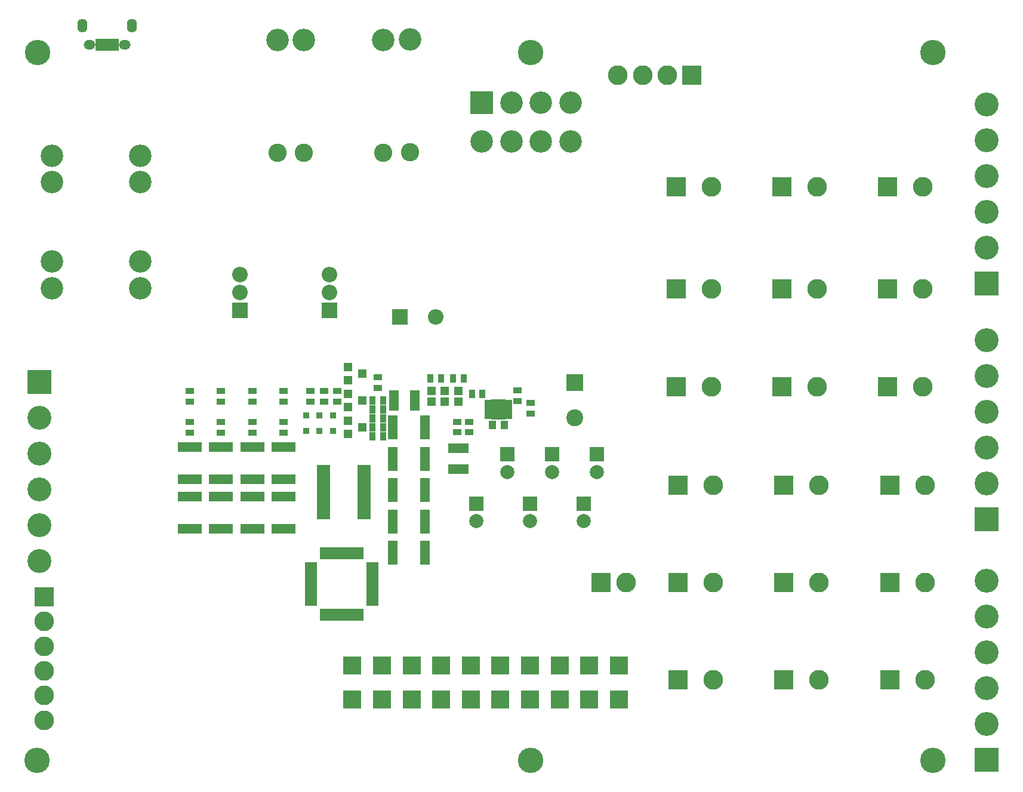
<source format=gbr>
G04 #@! TF.FileFunction,Soldermask,Top*
%FSLAX46Y46*%
G04 Gerber Fmt 4.6, Leading zero omitted, Abs format (unit mm)*
G04 Created by KiCad (PCBNEW 4.0.7) date 04/16/18 13:12:15*
%MOMM*%
%LPD*%
G01*
G04 APERTURE LIST*
%ADD10C,0.100000*%
%ADD11C,3.600000*%
%ADD12R,2.800000X2.800000*%
%ADD13C,2.800000*%
%ADD14R,2.000000X2.000000*%
%ADD15C,2.000000*%
%ADD16R,2.400000X2.400000*%
%ADD17C,2.400000*%
%ADD18R,2.200000X2.200000*%
%ADD19O,2.200000X2.200000*%
%ADD20C,3.200000*%
%ADD21C,2.600000*%
%ADD22R,1.700000X0.650000*%
%ADD23R,0.650000X1.700000*%
%ADD24R,2.100000X2.900000*%
%ADD25R,1.100000X0.650000*%
%ADD26R,1.300000X0.900000*%
%ADD27R,0.900000X1.300000*%
%ADD28R,1.300000X1.200000*%
%ADD29R,2.525980X2.525980*%
%ADD30R,0.800000X1.750000*%
%ADD31O,1.650000X1.350000*%
%ADD32O,1.400000X1.950000*%
%ADD33R,3.400000X3.400000*%
%ADD34C,3.400000*%
%ADD35R,3.200000X3.200000*%
%ADD36R,0.900000X0.900000*%
%ADD37R,1.000000X1.200000*%
%ADD38R,1.400000X3.400000*%
%ADD39R,1.150000X1.200000*%
%ADD40R,3.400000X1.400000*%
%ADD41R,1.400000X2.900000*%
%ADD42R,2.900000X1.400000*%
%ADD43R,1.900000X0.700000*%
G04 APERTURE END LIST*
D10*
D11*
X154380000Y-40630000D03*
X154380000Y-141040000D03*
D12*
X175055000Y-59702000D03*
D13*
X180055000Y-59702000D03*
D12*
X175055000Y-74162000D03*
D13*
X180055000Y-74162000D03*
D12*
X175055000Y-87987000D03*
D13*
X180055000Y-87987000D03*
D12*
X175325000Y-101967000D03*
D13*
X180325000Y-101967000D03*
D12*
X175325000Y-115792000D03*
D13*
X180325000Y-115792000D03*
D12*
X175325000Y-129617000D03*
D13*
X180325000Y-129617000D03*
D14*
X154279600Y-104597200D03*
D15*
X154279600Y-107097200D03*
D12*
X190055000Y-59702000D03*
D13*
X195055000Y-59702000D03*
D12*
X190055000Y-74162000D03*
D13*
X195055000Y-74162000D03*
D12*
X190055000Y-87987000D03*
D13*
X195055000Y-87987000D03*
D12*
X190325000Y-101967000D03*
D13*
X195325000Y-101967000D03*
D12*
X190325000Y-115792000D03*
D13*
X195325000Y-115792000D03*
D12*
X190325000Y-129617000D03*
D13*
X195325000Y-129617000D03*
D14*
X146659600Y-104597200D03*
D15*
X146659600Y-107097200D03*
D12*
X205055000Y-59702000D03*
D13*
X210055000Y-59702000D03*
D12*
X205055000Y-74162000D03*
D13*
X210055000Y-74162000D03*
D12*
X205055000Y-87987000D03*
D13*
X210055000Y-87987000D03*
D12*
X205325000Y-101967000D03*
D13*
X210325000Y-101967000D03*
D12*
X205325000Y-115792000D03*
D13*
X210325000Y-115792000D03*
D12*
X205325000Y-129617000D03*
D13*
X210325000Y-129617000D03*
D14*
X161899600Y-104597200D03*
D15*
X161899600Y-107097200D03*
D14*
X151104600Y-97612200D03*
D15*
X151104600Y-100112200D03*
D14*
X157454600Y-97612200D03*
D15*
X157454600Y-100112200D03*
D14*
X163804600Y-97612200D03*
D15*
X163804600Y-100112200D03*
D13*
X167914200Y-115773200D03*
D12*
X164414200Y-115773200D03*
D13*
X85369400Y-121315600D03*
D12*
X85369400Y-117815600D03*
D13*
X85369400Y-124815600D03*
X85369400Y-128315600D03*
X85369400Y-131815600D03*
X85369400Y-135315600D03*
D16*
X160629600Y-87452200D03*
D17*
X160629600Y-92452200D03*
D18*
X113157000Y-77216000D03*
D19*
X113157000Y-74676000D03*
X113157000Y-72136000D03*
D18*
X125857000Y-77216000D03*
D19*
X125857000Y-74676000D03*
X125857000Y-72136000D03*
D13*
X170292000Y-43815000D03*
X166792000Y-43815000D03*
X173792000Y-43815000D03*
D12*
X177292000Y-43815000D03*
D20*
X118455000Y-38802000D03*
X122255000Y-38802000D03*
D21*
X118455000Y-54802000D03*
X122255000Y-54802000D03*
D20*
X133445000Y-38802000D03*
X137255000Y-38792000D03*
D21*
X133455000Y-54802000D03*
X137255000Y-54792000D03*
D11*
X84380000Y-141040000D03*
D18*
X135813800Y-78079600D03*
D19*
X140893800Y-78079600D03*
D22*
X131959600Y-118777200D03*
X131959600Y-118277200D03*
X131959600Y-117777200D03*
X131959600Y-117277200D03*
X131959600Y-116777200D03*
X131959600Y-116277200D03*
X131959600Y-115777200D03*
X131959600Y-115277200D03*
X131959600Y-114777200D03*
X131959600Y-114277200D03*
X131959600Y-113777200D03*
X131959600Y-113277200D03*
D23*
X130359600Y-111677200D03*
X129859600Y-111677200D03*
X129359600Y-111677200D03*
X128859600Y-111677200D03*
X128359600Y-111677200D03*
X127859600Y-111677200D03*
X127359600Y-111677200D03*
X126859600Y-111677200D03*
X126359600Y-111677200D03*
X125859600Y-111677200D03*
X125359600Y-111677200D03*
X124859600Y-111677200D03*
D22*
X123259600Y-113277200D03*
X123259600Y-113777200D03*
X123259600Y-114277200D03*
X123259600Y-114777200D03*
X123259600Y-115277200D03*
X123259600Y-115777200D03*
X123259600Y-116277200D03*
X123259600Y-116777200D03*
X123259600Y-117277200D03*
X123259600Y-117777200D03*
X123259600Y-118277200D03*
X123259600Y-118777200D03*
D23*
X124859600Y-120377200D03*
X125359600Y-120377200D03*
X125859600Y-120377200D03*
X126359600Y-120377200D03*
X126859600Y-120377200D03*
X127359600Y-120377200D03*
X127859600Y-120377200D03*
X128359600Y-120377200D03*
X128859600Y-120377200D03*
X129359600Y-120377200D03*
X129859600Y-120377200D03*
X130359600Y-120377200D03*
D24*
X149834600Y-91262200D03*
D25*
X148384600Y-90762200D03*
X148384600Y-91262200D03*
X148384600Y-90262200D03*
X148384600Y-92262200D03*
X148384600Y-91762200D03*
X151284600Y-92262200D03*
X151284600Y-91762200D03*
X151284600Y-91262200D03*
X151284600Y-90762200D03*
X151284600Y-90262200D03*
D26*
X132689600Y-86702200D03*
X132689600Y-88202200D03*
X126974600Y-90107200D03*
X126974600Y-88607200D03*
D27*
X144869600Y-86817200D03*
X143369600Y-86817200D03*
X141694600Y-86817200D03*
X140194600Y-86817200D03*
D26*
X106019600Y-93052200D03*
X106019600Y-94552200D03*
X110464600Y-93052200D03*
X110464600Y-94552200D03*
X114909600Y-93052200D03*
X114909600Y-94552200D03*
X119354600Y-93052200D03*
X119354600Y-94552200D03*
X125069600Y-88607200D03*
X125069600Y-90107200D03*
X123164600Y-88607200D03*
X123164600Y-90107200D03*
X106019600Y-88607200D03*
X106019600Y-90107200D03*
X110464600Y-88607200D03*
X110464600Y-90107200D03*
X114909600Y-88607200D03*
X114909600Y-90107200D03*
X119354600Y-88607200D03*
X119354600Y-90107200D03*
D28*
X128514600Y-85232200D03*
X128514600Y-87132200D03*
X130514600Y-86182200D03*
X128514600Y-92852200D03*
X128514600Y-94752200D03*
X130514600Y-93802200D03*
X128514600Y-89042200D03*
X128514600Y-90942200D03*
X130514600Y-89992200D03*
D29*
X129105660Y-127558800D03*
X129105660Y-132422900D03*
X133306820Y-127558800D03*
X133306820Y-132422900D03*
X137505440Y-127558800D03*
X137505440Y-132422900D03*
X141706600Y-127558800D03*
X141706600Y-132422900D03*
X145905220Y-127558800D03*
X145905220Y-132422900D03*
X150106380Y-127558800D03*
X150106380Y-132422900D03*
X154305000Y-127558800D03*
X154305000Y-132422900D03*
X158506160Y-127558800D03*
X158506160Y-132422900D03*
X162704780Y-127558800D03*
X162704780Y-132422900D03*
X166905940Y-127558800D03*
X166900860Y-132422900D03*
D30*
X94315400Y-39479200D03*
X93665400Y-39479200D03*
X93015400Y-39479200D03*
X94965400Y-39479200D03*
X95615400Y-39479200D03*
D31*
X91815400Y-39479200D03*
X96815400Y-39479200D03*
D32*
X97815400Y-36779200D03*
X90815400Y-36779200D03*
D33*
X219075000Y-106832400D03*
D34*
X219075000Y-101752400D03*
X219075000Y-96672400D03*
X219075000Y-91592400D03*
X219075000Y-86512400D03*
X219075000Y-81432400D03*
D33*
X84709000Y-87376000D03*
D34*
X84709000Y-92456000D03*
X84709000Y-97536000D03*
X84709000Y-102616000D03*
X84709000Y-107696000D03*
X84709000Y-112776000D03*
D33*
X219075000Y-140970000D03*
D34*
X219075000Y-135890000D03*
X219075000Y-130810000D03*
X219075000Y-125730000D03*
X219075000Y-120650000D03*
X219075000Y-115570000D03*
D33*
X219075000Y-73406000D03*
D34*
X219075000Y-68326000D03*
X219075000Y-63246000D03*
X219075000Y-58166000D03*
X219075000Y-53086000D03*
X219075000Y-48006000D03*
D20*
X98983800Y-55219600D03*
X98983800Y-59019600D03*
X86483800Y-55219600D03*
X86483800Y-59019600D03*
X98983800Y-70219600D03*
X98983800Y-74019600D03*
X86483800Y-70219600D03*
X86483800Y-74019600D03*
D35*
X147463400Y-47687600D03*
D20*
X151663400Y-47687600D03*
X155863400Y-47687600D03*
X160063400Y-47687600D03*
X147463400Y-53187600D03*
X151663400Y-53187600D03*
X155863400Y-53187600D03*
X160063400Y-53187600D03*
D36*
X124434600Y-94267200D03*
X124434600Y-92067200D03*
X122529600Y-94267200D03*
X122529600Y-92067200D03*
D37*
X148984600Y-93421200D03*
X150684600Y-93421200D03*
D36*
X126339600Y-92067200D03*
X126339600Y-94267200D03*
D38*
X139434600Y-111582200D03*
X134834600Y-111582200D03*
D39*
X142214600Y-88607200D03*
X142214600Y-90107200D03*
X144119600Y-90107200D03*
X144119600Y-88607200D03*
X140309600Y-88607200D03*
X140309600Y-90107200D03*
D40*
X106019600Y-101182200D03*
X106019600Y-96582200D03*
X110464600Y-101182200D03*
X110464600Y-96582200D03*
X114909600Y-101182200D03*
X114909600Y-96582200D03*
X119354600Y-101182200D03*
X119354600Y-96582200D03*
X106019600Y-108167200D03*
X106019600Y-103567200D03*
D38*
X139434600Y-102692200D03*
X134834600Y-102692200D03*
X134834600Y-107137200D03*
X139434600Y-107137200D03*
D40*
X110464600Y-103567200D03*
X110464600Y-108167200D03*
X114909600Y-108167200D03*
X114909600Y-103567200D03*
D38*
X139434600Y-98247200D03*
X134834600Y-98247200D03*
D41*
X137999600Y-89992200D03*
X134999600Y-89992200D03*
D38*
X134834600Y-93802200D03*
X139434600Y-93802200D03*
D42*
X144119600Y-99747200D03*
X144119600Y-96747200D03*
D43*
X130784600Y-106502200D03*
X130784600Y-106002200D03*
X130784600Y-105502200D03*
X130784600Y-105002200D03*
X130784600Y-104502200D03*
X130784600Y-104002200D03*
X130784600Y-103462200D03*
X130784600Y-102962200D03*
X130784600Y-102462200D03*
X130784600Y-101962200D03*
X130784600Y-101462200D03*
X130784600Y-100962200D03*
X130784600Y-100462200D03*
X130784600Y-99962200D03*
X130784600Y-99462200D03*
X124984600Y-99462200D03*
X124984600Y-99962200D03*
X124984600Y-100462200D03*
X124984600Y-100962200D03*
X124984600Y-101462200D03*
X124984600Y-101962200D03*
X124984600Y-102462200D03*
X124984600Y-102962200D03*
X124984600Y-103462200D03*
X124984600Y-103962200D03*
X124984600Y-104462200D03*
X124984600Y-104962200D03*
X124984600Y-105462200D03*
X124984600Y-105962200D03*
X124984600Y-106462200D03*
D11*
X211440000Y-141040000D03*
X211440000Y-40630000D03*
X84430000Y-40640000D03*
D40*
X119354600Y-108167200D03*
X119354600Y-103567200D03*
D27*
X131939600Y-89992200D03*
X133439600Y-89992200D03*
X131939600Y-91262200D03*
X133439600Y-91262200D03*
X133439600Y-92532200D03*
X131939600Y-92532200D03*
X131939600Y-93802200D03*
X133439600Y-93802200D03*
X131939600Y-95072200D03*
X133439600Y-95072200D03*
D26*
X144018000Y-92988000D03*
X144018000Y-94488000D03*
X145669000Y-94488000D03*
X145669000Y-92988000D03*
D27*
X147562000Y-89027000D03*
X146062000Y-89027000D03*
D26*
X152527000Y-88531000D03*
X152527000Y-90031000D03*
X154432000Y-90309000D03*
X154432000Y-91809000D03*
M02*

</source>
